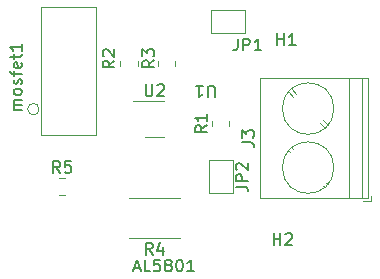
<source format=gbr>
%TF.GenerationSoftware,KiCad,Pcbnew,7.0.2*%
%TF.CreationDate,2023-11-09T14:12:05+01:00*%
%TF.ProjectId,testboard AL5801,74657374-626f-4617-9264-20414c353830,rev?*%
%TF.SameCoordinates,Original*%
%TF.FileFunction,Legend,Top*%
%TF.FilePolarity,Positive*%
%FSLAX46Y46*%
G04 Gerber Fmt 4.6, Leading zero omitted, Abs format (unit mm)*
G04 Created by KiCad (PCBNEW 7.0.2) date 2023-11-09 14:12:05*
%MOMM*%
%LPD*%
G01*
G04 APERTURE LIST*
%ADD10C,0.150000*%
%ADD11C,0.120000*%
G04 APERTURE END LIST*
D10*
X141033476Y-80617904D02*
X141509666Y-80617904D01*
X140938238Y-80903619D02*
X141271571Y-79903619D01*
X141271571Y-79903619D02*
X141604904Y-80903619D01*
X142414428Y-80903619D02*
X141938238Y-80903619D01*
X141938238Y-80903619D02*
X141938238Y-79903619D01*
X143223952Y-79903619D02*
X142747762Y-79903619D01*
X142747762Y-79903619D02*
X142700143Y-80379809D01*
X142700143Y-80379809D02*
X142747762Y-80332190D01*
X142747762Y-80332190D02*
X142843000Y-80284571D01*
X142843000Y-80284571D02*
X143081095Y-80284571D01*
X143081095Y-80284571D02*
X143176333Y-80332190D01*
X143176333Y-80332190D02*
X143223952Y-80379809D01*
X143223952Y-80379809D02*
X143271571Y-80475047D01*
X143271571Y-80475047D02*
X143271571Y-80713142D01*
X143271571Y-80713142D02*
X143223952Y-80808380D01*
X143223952Y-80808380D02*
X143176333Y-80856000D01*
X143176333Y-80856000D02*
X143081095Y-80903619D01*
X143081095Y-80903619D02*
X142843000Y-80903619D01*
X142843000Y-80903619D02*
X142747762Y-80856000D01*
X142747762Y-80856000D02*
X142700143Y-80808380D01*
X143843000Y-80332190D02*
X143747762Y-80284571D01*
X143747762Y-80284571D02*
X143700143Y-80236952D01*
X143700143Y-80236952D02*
X143652524Y-80141714D01*
X143652524Y-80141714D02*
X143652524Y-80094095D01*
X143652524Y-80094095D02*
X143700143Y-79998857D01*
X143700143Y-79998857D02*
X143747762Y-79951238D01*
X143747762Y-79951238D02*
X143843000Y-79903619D01*
X143843000Y-79903619D02*
X144033476Y-79903619D01*
X144033476Y-79903619D02*
X144128714Y-79951238D01*
X144128714Y-79951238D02*
X144176333Y-79998857D01*
X144176333Y-79998857D02*
X144223952Y-80094095D01*
X144223952Y-80094095D02*
X144223952Y-80141714D01*
X144223952Y-80141714D02*
X144176333Y-80236952D01*
X144176333Y-80236952D02*
X144128714Y-80284571D01*
X144128714Y-80284571D02*
X144033476Y-80332190D01*
X144033476Y-80332190D02*
X143843000Y-80332190D01*
X143843000Y-80332190D02*
X143747762Y-80379809D01*
X143747762Y-80379809D02*
X143700143Y-80427428D01*
X143700143Y-80427428D02*
X143652524Y-80522666D01*
X143652524Y-80522666D02*
X143652524Y-80713142D01*
X143652524Y-80713142D02*
X143700143Y-80808380D01*
X143700143Y-80808380D02*
X143747762Y-80856000D01*
X143747762Y-80856000D02*
X143843000Y-80903619D01*
X143843000Y-80903619D02*
X144033476Y-80903619D01*
X144033476Y-80903619D02*
X144128714Y-80856000D01*
X144128714Y-80856000D02*
X144176333Y-80808380D01*
X144176333Y-80808380D02*
X144223952Y-80713142D01*
X144223952Y-80713142D02*
X144223952Y-80522666D01*
X144223952Y-80522666D02*
X144176333Y-80427428D01*
X144176333Y-80427428D02*
X144128714Y-80379809D01*
X144128714Y-80379809D02*
X144033476Y-80332190D01*
X144843000Y-79903619D02*
X144938238Y-79903619D01*
X144938238Y-79903619D02*
X145033476Y-79951238D01*
X145033476Y-79951238D02*
X145081095Y-79998857D01*
X145081095Y-79998857D02*
X145128714Y-80094095D01*
X145128714Y-80094095D02*
X145176333Y-80284571D01*
X145176333Y-80284571D02*
X145176333Y-80522666D01*
X145176333Y-80522666D02*
X145128714Y-80713142D01*
X145128714Y-80713142D02*
X145081095Y-80808380D01*
X145081095Y-80808380D02*
X145033476Y-80856000D01*
X145033476Y-80856000D02*
X144938238Y-80903619D01*
X144938238Y-80903619D02*
X144843000Y-80903619D01*
X144843000Y-80903619D02*
X144747762Y-80856000D01*
X144747762Y-80856000D02*
X144700143Y-80808380D01*
X144700143Y-80808380D02*
X144652524Y-80713142D01*
X144652524Y-80713142D02*
X144604905Y-80522666D01*
X144604905Y-80522666D02*
X144604905Y-80284571D01*
X144604905Y-80284571D02*
X144652524Y-80094095D01*
X144652524Y-80094095D02*
X144700143Y-79998857D01*
X144700143Y-79998857D02*
X144747762Y-79951238D01*
X144747762Y-79951238D02*
X144843000Y-79903619D01*
X146128714Y-80903619D02*
X145557286Y-80903619D01*
X145843000Y-80903619D02*
X145843000Y-79903619D01*
X145843000Y-79903619D02*
X145747762Y-80046476D01*
X145747762Y-80046476D02*
X145652524Y-80141714D01*
X145652524Y-80141714D02*
X145557286Y-80189333D01*
%TO.C,H2*%
X152857295Y-78643819D02*
X152857295Y-77643819D01*
X152857295Y-78120009D02*
X153428723Y-78120009D01*
X153428723Y-78643819D02*
X153428723Y-77643819D01*
X153857295Y-77739057D02*
X153904914Y-77691438D01*
X153904914Y-77691438D02*
X154000152Y-77643819D01*
X154000152Y-77643819D02*
X154238247Y-77643819D01*
X154238247Y-77643819D02*
X154333485Y-77691438D01*
X154333485Y-77691438D02*
X154381104Y-77739057D01*
X154381104Y-77739057D02*
X154428723Y-77834295D01*
X154428723Y-77834295D02*
X154428723Y-77929533D01*
X154428723Y-77929533D02*
X154381104Y-78072390D01*
X154381104Y-78072390D02*
X153809676Y-78643819D01*
X153809676Y-78643819D02*
X154428723Y-78643819D01*
%TO.C,R1*%
X147199419Y-68543466D02*
X146723228Y-68876799D01*
X147199419Y-69114894D02*
X146199419Y-69114894D01*
X146199419Y-69114894D02*
X146199419Y-68733942D01*
X146199419Y-68733942D02*
X146247038Y-68638704D01*
X146247038Y-68638704D02*
X146294657Y-68591085D01*
X146294657Y-68591085D02*
X146389895Y-68543466D01*
X146389895Y-68543466D02*
X146532752Y-68543466D01*
X146532752Y-68543466D02*
X146627990Y-68591085D01*
X146627990Y-68591085D02*
X146675609Y-68638704D01*
X146675609Y-68638704D02*
X146723228Y-68733942D01*
X146723228Y-68733942D02*
X146723228Y-69114894D01*
X147199419Y-67591085D02*
X147199419Y-68162513D01*
X147199419Y-67876799D02*
X146199419Y-67876799D01*
X146199419Y-67876799D02*
X146342276Y-67972037D01*
X146342276Y-67972037D02*
X146437514Y-68067275D01*
X146437514Y-68067275D02*
X146485133Y-68162513D01*
%TO.C,JP1*%
X149814066Y-61184619D02*
X149814066Y-61898904D01*
X149814066Y-61898904D02*
X149766447Y-62041761D01*
X149766447Y-62041761D02*
X149671209Y-62137000D01*
X149671209Y-62137000D02*
X149528352Y-62184619D01*
X149528352Y-62184619D02*
X149433114Y-62184619D01*
X150290257Y-62184619D02*
X150290257Y-61184619D01*
X150290257Y-61184619D02*
X150671209Y-61184619D01*
X150671209Y-61184619D02*
X150766447Y-61232238D01*
X150766447Y-61232238D02*
X150814066Y-61279857D01*
X150814066Y-61279857D02*
X150861685Y-61375095D01*
X150861685Y-61375095D02*
X150861685Y-61517952D01*
X150861685Y-61517952D02*
X150814066Y-61613190D01*
X150814066Y-61613190D02*
X150766447Y-61660809D01*
X150766447Y-61660809D02*
X150671209Y-61708428D01*
X150671209Y-61708428D02*
X150290257Y-61708428D01*
X151814066Y-62184619D02*
X151242638Y-62184619D01*
X151528352Y-62184619D02*
X151528352Y-61184619D01*
X151528352Y-61184619D02*
X151433114Y-61327476D01*
X151433114Y-61327476D02*
X151337876Y-61422714D01*
X151337876Y-61422714D02*
X151242638Y-61470333D01*
%TO.C,JP2*%
X149649419Y-73731333D02*
X150363704Y-73731333D01*
X150363704Y-73731333D02*
X150506561Y-73778952D01*
X150506561Y-73778952D02*
X150601800Y-73874190D01*
X150601800Y-73874190D02*
X150649419Y-74017047D01*
X150649419Y-74017047D02*
X150649419Y-74112285D01*
X150649419Y-73255142D02*
X149649419Y-73255142D01*
X149649419Y-73255142D02*
X149649419Y-72874190D01*
X149649419Y-72874190D02*
X149697038Y-72778952D01*
X149697038Y-72778952D02*
X149744657Y-72731333D01*
X149744657Y-72731333D02*
X149839895Y-72683714D01*
X149839895Y-72683714D02*
X149982752Y-72683714D01*
X149982752Y-72683714D02*
X150077990Y-72731333D01*
X150077990Y-72731333D02*
X150125609Y-72778952D01*
X150125609Y-72778952D02*
X150173228Y-72874190D01*
X150173228Y-72874190D02*
X150173228Y-73255142D01*
X149744657Y-72302761D02*
X149697038Y-72255142D01*
X149697038Y-72255142D02*
X149649419Y-72159904D01*
X149649419Y-72159904D02*
X149649419Y-71921809D01*
X149649419Y-71921809D02*
X149697038Y-71826571D01*
X149697038Y-71826571D02*
X149744657Y-71778952D01*
X149744657Y-71778952D02*
X149839895Y-71731333D01*
X149839895Y-71731333D02*
X149935133Y-71731333D01*
X149935133Y-71731333D02*
X150077990Y-71778952D01*
X150077990Y-71778952D02*
X150649419Y-72350380D01*
X150649419Y-72350380D02*
X150649419Y-71731333D01*
%TO.C,J3*%
X150180819Y-69943933D02*
X150895104Y-69943933D01*
X150895104Y-69943933D02*
X151037961Y-69991552D01*
X151037961Y-69991552D02*
X151133200Y-70086790D01*
X151133200Y-70086790D02*
X151180819Y-70229647D01*
X151180819Y-70229647D02*
X151180819Y-70324885D01*
X150180819Y-69562980D02*
X150180819Y-68943933D01*
X150180819Y-68943933D02*
X150561771Y-69277266D01*
X150561771Y-69277266D02*
X150561771Y-69134409D01*
X150561771Y-69134409D02*
X150609390Y-69039171D01*
X150609390Y-69039171D02*
X150657009Y-68991552D01*
X150657009Y-68991552D02*
X150752247Y-68943933D01*
X150752247Y-68943933D02*
X150990342Y-68943933D01*
X150990342Y-68943933D02*
X151085580Y-68991552D01*
X151085580Y-68991552D02*
X151133200Y-69039171D01*
X151133200Y-69039171D02*
X151180819Y-69134409D01*
X151180819Y-69134409D02*
X151180819Y-69420123D01*
X151180819Y-69420123D02*
X151133200Y-69515361D01*
X151133200Y-69515361D02*
X151085580Y-69562980D01*
%TO.C,R4*%
X142608333Y-79482619D02*
X142275000Y-79006428D01*
X142036905Y-79482619D02*
X142036905Y-78482619D01*
X142036905Y-78482619D02*
X142417857Y-78482619D01*
X142417857Y-78482619D02*
X142513095Y-78530238D01*
X142513095Y-78530238D02*
X142560714Y-78577857D01*
X142560714Y-78577857D02*
X142608333Y-78673095D01*
X142608333Y-78673095D02*
X142608333Y-78815952D01*
X142608333Y-78815952D02*
X142560714Y-78911190D01*
X142560714Y-78911190D02*
X142513095Y-78958809D01*
X142513095Y-78958809D02*
X142417857Y-79006428D01*
X142417857Y-79006428D02*
X142036905Y-79006428D01*
X143465476Y-78815952D02*
X143465476Y-79482619D01*
X143227381Y-78435000D02*
X142989286Y-79149285D01*
X142989286Y-79149285D02*
X143608333Y-79149285D01*
%TO.C,H1*%
X153162095Y-61752819D02*
X153162095Y-60752819D01*
X153162095Y-61229009D02*
X153733523Y-61229009D01*
X153733523Y-61752819D02*
X153733523Y-60752819D01*
X154733523Y-61752819D02*
X154162095Y-61752819D01*
X154447809Y-61752819D02*
X154447809Y-60752819D01*
X154447809Y-60752819D02*
X154352571Y-60895676D01*
X154352571Y-60895676D02*
X154257333Y-60990914D01*
X154257333Y-60990914D02*
X154162095Y-61038533D01*
%TO.C,U1*%
X147853304Y-66170980D02*
X147853304Y-65361457D01*
X147853304Y-65361457D02*
X147805685Y-65266219D01*
X147805685Y-65266219D02*
X147758066Y-65218600D01*
X147758066Y-65218600D02*
X147662828Y-65170980D01*
X147662828Y-65170980D02*
X147472352Y-65170980D01*
X147472352Y-65170980D02*
X147377114Y-65218600D01*
X147377114Y-65218600D02*
X147329495Y-65266219D01*
X147329495Y-65266219D02*
X147281876Y-65361457D01*
X147281876Y-65361457D02*
X147281876Y-66170980D01*
X146281876Y-65170980D02*
X146853304Y-65170980D01*
X146567590Y-65170980D02*
X146567590Y-66170980D01*
X146567590Y-66170980D02*
X146662828Y-66028123D01*
X146662828Y-66028123D02*
X146758066Y-65932885D01*
X146758066Y-65932885D02*
X146853304Y-65885266D01*
%TO.C,R3*%
X142753419Y-63031666D02*
X142277228Y-63364999D01*
X142753419Y-63603094D02*
X141753419Y-63603094D01*
X141753419Y-63603094D02*
X141753419Y-63222142D01*
X141753419Y-63222142D02*
X141801038Y-63126904D01*
X141801038Y-63126904D02*
X141848657Y-63079285D01*
X141848657Y-63079285D02*
X141943895Y-63031666D01*
X141943895Y-63031666D02*
X142086752Y-63031666D01*
X142086752Y-63031666D02*
X142181990Y-63079285D01*
X142181990Y-63079285D02*
X142229609Y-63126904D01*
X142229609Y-63126904D02*
X142277228Y-63222142D01*
X142277228Y-63222142D02*
X142277228Y-63603094D01*
X141753419Y-62698332D02*
X141753419Y-62079285D01*
X141753419Y-62079285D02*
X142134371Y-62412618D01*
X142134371Y-62412618D02*
X142134371Y-62269761D01*
X142134371Y-62269761D02*
X142181990Y-62174523D01*
X142181990Y-62174523D02*
X142229609Y-62126904D01*
X142229609Y-62126904D02*
X142324847Y-62079285D01*
X142324847Y-62079285D02*
X142562942Y-62079285D01*
X142562942Y-62079285D02*
X142658180Y-62126904D01*
X142658180Y-62126904D02*
X142705800Y-62174523D01*
X142705800Y-62174523D02*
X142753419Y-62269761D01*
X142753419Y-62269761D02*
X142753419Y-62555475D01*
X142753419Y-62555475D02*
X142705800Y-62650713D01*
X142705800Y-62650713D02*
X142658180Y-62698332D01*
%TO.C,U2*%
X142011495Y-65058419D02*
X142011495Y-65867942D01*
X142011495Y-65867942D02*
X142059114Y-65963180D01*
X142059114Y-65963180D02*
X142106733Y-66010800D01*
X142106733Y-66010800D02*
X142201971Y-66058419D01*
X142201971Y-66058419D02*
X142392447Y-66058419D01*
X142392447Y-66058419D02*
X142487685Y-66010800D01*
X142487685Y-66010800D02*
X142535304Y-65963180D01*
X142535304Y-65963180D02*
X142582923Y-65867942D01*
X142582923Y-65867942D02*
X142582923Y-65058419D01*
X143011495Y-65153657D02*
X143059114Y-65106038D01*
X143059114Y-65106038D02*
X143154352Y-65058419D01*
X143154352Y-65058419D02*
X143392447Y-65058419D01*
X143392447Y-65058419D02*
X143487685Y-65106038D01*
X143487685Y-65106038D02*
X143535304Y-65153657D01*
X143535304Y-65153657D02*
X143582923Y-65248895D01*
X143582923Y-65248895D02*
X143582923Y-65344133D01*
X143582923Y-65344133D02*
X143535304Y-65486990D01*
X143535304Y-65486990D02*
X142963876Y-66058419D01*
X142963876Y-66058419D02*
X143582923Y-66058419D01*
%TO.C,mosfet1*%
X131534468Y-67227104D02*
X130867801Y-67227104D01*
X130963039Y-67227104D02*
X130915420Y-67179485D01*
X130915420Y-67179485D02*
X130867801Y-67084247D01*
X130867801Y-67084247D02*
X130867801Y-66941390D01*
X130867801Y-66941390D02*
X130915420Y-66846152D01*
X130915420Y-66846152D02*
X131010658Y-66798533D01*
X131010658Y-66798533D02*
X131534468Y-66798533D01*
X131010658Y-66798533D02*
X130915420Y-66750914D01*
X130915420Y-66750914D02*
X130867801Y-66655676D01*
X130867801Y-66655676D02*
X130867801Y-66512819D01*
X130867801Y-66512819D02*
X130915420Y-66417580D01*
X130915420Y-66417580D02*
X131010658Y-66369961D01*
X131010658Y-66369961D02*
X131534468Y-66369961D01*
X131534468Y-65750914D02*
X131486849Y-65846152D01*
X131486849Y-65846152D02*
X131439229Y-65893771D01*
X131439229Y-65893771D02*
X131343991Y-65941390D01*
X131343991Y-65941390D02*
X131058277Y-65941390D01*
X131058277Y-65941390D02*
X130963039Y-65893771D01*
X130963039Y-65893771D02*
X130915420Y-65846152D01*
X130915420Y-65846152D02*
X130867801Y-65750914D01*
X130867801Y-65750914D02*
X130867801Y-65608057D01*
X130867801Y-65608057D02*
X130915420Y-65512819D01*
X130915420Y-65512819D02*
X130963039Y-65465200D01*
X130963039Y-65465200D02*
X131058277Y-65417581D01*
X131058277Y-65417581D02*
X131343991Y-65417581D01*
X131343991Y-65417581D02*
X131439229Y-65465200D01*
X131439229Y-65465200D02*
X131486849Y-65512819D01*
X131486849Y-65512819D02*
X131534468Y-65608057D01*
X131534468Y-65608057D02*
X131534468Y-65750914D01*
X131486849Y-65036628D02*
X131534468Y-64941390D01*
X131534468Y-64941390D02*
X131534468Y-64750914D01*
X131534468Y-64750914D02*
X131486849Y-64655676D01*
X131486849Y-64655676D02*
X131391610Y-64608057D01*
X131391610Y-64608057D02*
X131343991Y-64608057D01*
X131343991Y-64608057D02*
X131248753Y-64655676D01*
X131248753Y-64655676D02*
X131201134Y-64750914D01*
X131201134Y-64750914D02*
X131201134Y-64893771D01*
X131201134Y-64893771D02*
X131153515Y-64989009D01*
X131153515Y-64989009D02*
X131058277Y-65036628D01*
X131058277Y-65036628D02*
X131010658Y-65036628D01*
X131010658Y-65036628D02*
X130915420Y-64989009D01*
X130915420Y-64989009D02*
X130867801Y-64893771D01*
X130867801Y-64893771D02*
X130867801Y-64750914D01*
X130867801Y-64750914D02*
X130915420Y-64655676D01*
X130867801Y-64322342D02*
X130867801Y-63941390D01*
X131534468Y-64179485D02*
X130677325Y-64179485D01*
X130677325Y-64179485D02*
X130582087Y-64131866D01*
X130582087Y-64131866D02*
X130534468Y-64036628D01*
X130534468Y-64036628D02*
X130534468Y-63941390D01*
X131486849Y-63227104D02*
X131534468Y-63322342D01*
X131534468Y-63322342D02*
X131534468Y-63512818D01*
X131534468Y-63512818D02*
X131486849Y-63608056D01*
X131486849Y-63608056D02*
X131391610Y-63655675D01*
X131391610Y-63655675D02*
X131010658Y-63655675D01*
X131010658Y-63655675D02*
X130915420Y-63608056D01*
X130915420Y-63608056D02*
X130867801Y-63512818D01*
X130867801Y-63512818D02*
X130867801Y-63322342D01*
X130867801Y-63322342D02*
X130915420Y-63227104D01*
X130915420Y-63227104D02*
X131010658Y-63179485D01*
X131010658Y-63179485D02*
X131105896Y-63179485D01*
X131105896Y-63179485D02*
X131201134Y-63655675D01*
X130867801Y-62893770D02*
X130867801Y-62512818D01*
X130534468Y-62750913D02*
X131391610Y-62750913D01*
X131391610Y-62750913D02*
X131486849Y-62703294D01*
X131486849Y-62703294D02*
X131534468Y-62608056D01*
X131534468Y-62608056D02*
X131534468Y-62512818D01*
X131534468Y-61655675D02*
X131534468Y-62227103D01*
X131534468Y-61941389D02*
X130534468Y-61941389D01*
X130534468Y-61941389D02*
X130677325Y-62036627D01*
X130677325Y-62036627D02*
X130772563Y-62131865D01*
X130772563Y-62131865D02*
X130820182Y-62227103D01*
%TO.C,R5*%
X134783533Y-72548819D02*
X134450200Y-72072628D01*
X134212105Y-72548819D02*
X134212105Y-71548819D01*
X134212105Y-71548819D02*
X134593057Y-71548819D01*
X134593057Y-71548819D02*
X134688295Y-71596438D01*
X134688295Y-71596438D02*
X134735914Y-71644057D01*
X134735914Y-71644057D02*
X134783533Y-71739295D01*
X134783533Y-71739295D02*
X134783533Y-71882152D01*
X134783533Y-71882152D02*
X134735914Y-71977390D01*
X134735914Y-71977390D02*
X134688295Y-72025009D01*
X134688295Y-72025009D02*
X134593057Y-72072628D01*
X134593057Y-72072628D02*
X134212105Y-72072628D01*
X135688295Y-71548819D02*
X135212105Y-71548819D01*
X135212105Y-71548819D02*
X135164486Y-72025009D01*
X135164486Y-72025009D02*
X135212105Y-71977390D01*
X135212105Y-71977390D02*
X135307343Y-71929771D01*
X135307343Y-71929771D02*
X135545438Y-71929771D01*
X135545438Y-71929771D02*
X135640676Y-71977390D01*
X135640676Y-71977390D02*
X135688295Y-72025009D01*
X135688295Y-72025009D02*
X135735914Y-72120247D01*
X135735914Y-72120247D02*
X135735914Y-72358342D01*
X135735914Y-72358342D02*
X135688295Y-72453580D01*
X135688295Y-72453580D02*
X135640676Y-72501200D01*
X135640676Y-72501200D02*
X135545438Y-72548819D01*
X135545438Y-72548819D02*
X135307343Y-72548819D01*
X135307343Y-72548819D02*
X135212105Y-72501200D01*
X135212105Y-72501200D02*
X135164486Y-72453580D01*
%TO.C,R2*%
X139375219Y-63057066D02*
X138899028Y-63390399D01*
X139375219Y-63628494D02*
X138375219Y-63628494D01*
X138375219Y-63628494D02*
X138375219Y-63247542D01*
X138375219Y-63247542D02*
X138422838Y-63152304D01*
X138422838Y-63152304D02*
X138470457Y-63104685D01*
X138470457Y-63104685D02*
X138565695Y-63057066D01*
X138565695Y-63057066D02*
X138708552Y-63057066D01*
X138708552Y-63057066D02*
X138803790Y-63104685D01*
X138803790Y-63104685D02*
X138851409Y-63152304D01*
X138851409Y-63152304D02*
X138899028Y-63247542D01*
X138899028Y-63247542D02*
X138899028Y-63628494D01*
X138470457Y-62676113D02*
X138422838Y-62628494D01*
X138422838Y-62628494D02*
X138375219Y-62533256D01*
X138375219Y-62533256D02*
X138375219Y-62295161D01*
X138375219Y-62295161D02*
X138422838Y-62199923D01*
X138422838Y-62199923D02*
X138470457Y-62152304D01*
X138470457Y-62152304D02*
X138565695Y-62104685D01*
X138565695Y-62104685D02*
X138660933Y-62104685D01*
X138660933Y-62104685D02*
X138803790Y-62152304D01*
X138803790Y-62152304D02*
X139375219Y-62723732D01*
X139375219Y-62723732D02*
X139375219Y-62104685D01*
D11*
%TO.C,R1*%
X147651800Y-68603864D02*
X147651800Y-68149736D01*
X149121800Y-68603864D02*
X149121800Y-68149736D01*
%TO.C,JP1*%
X147596400Y-58740800D02*
X150396400Y-58740800D01*
X147596400Y-60740800D02*
X147596400Y-58740800D01*
X150396400Y-58740800D02*
X150396400Y-60740800D01*
X150396400Y-60740800D02*
X147596400Y-60740800D01*
%TO.C,JP2*%
X149386800Y-71498000D02*
X149386800Y-74298000D01*
X147386800Y-71498000D02*
X149386800Y-71498000D01*
X149386800Y-74298000D02*
X147386800Y-74298000D01*
X147386800Y-74298000D02*
X147386800Y-71498000D01*
%TO.C,J3*%
X160438200Y-74910600D02*
X161078200Y-74910600D01*
X161078200Y-74910600D02*
X161078200Y-74510600D01*
X151718200Y-74670600D02*
X160838200Y-74670600D01*
X151718200Y-74670600D02*
X151718200Y-64550600D01*
X159278200Y-74670600D02*
X159278200Y-64550600D01*
X160378200Y-74670600D02*
X160378200Y-64550600D01*
X160838200Y-74670600D02*
X160838200Y-64550600D01*
X157059200Y-73658600D02*
X157166200Y-73764600D01*
X157325200Y-73392600D02*
X157432200Y-73498600D01*
X154124200Y-70722600D02*
X154231200Y-70829600D01*
X154390200Y-70456600D02*
X154497200Y-70563600D01*
X156770200Y-68368600D02*
X157166200Y-68763600D01*
X157052200Y-68117600D02*
X157432200Y-68497600D01*
X154124200Y-65722600D02*
X154504200Y-66102600D01*
X154390200Y-65456600D02*
X154786200Y-65851600D01*
X151718200Y-64550600D02*
X160838200Y-64550600D01*
X157958200Y-72110600D02*
G75*
G03*
X157958200Y-72110600I-2180000J0D01*
G01*
X157958200Y-67110600D02*
G75*
G03*
X157958200Y-67110600I-2180000J0D01*
G01*
%TO.C,R4*%
X144952064Y-78110000D02*
X140597936Y-78110000D01*
X144952064Y-74690000D02*
X140597936Y-74690000D01*
%TO.C,R3*%
X144524400Y-63095136D02*
X144524400Y-63549264D01*
X143054400Y-63095136D02*
X143054400Y-63549264D01*
%TO.C,U2*%
X142773400Y-66435800D02*
X140973400Y-66435800D01*
X142773400Y-66435800D02*
X143573400Y-66435800D01*
X142773400Y-69555800D02*
X141973400Y-69555800D01*
X142773400Y-69555800D02*
X143573400Y-69555800D01*
%TO.C,mosfet1*%
X137783600Y-69331800D02*
X133183600Y-69331800D01*
X133183600Y-69331800D02*
X133183600Y-58531800D01*
X133183600Y-58531800D02*
X137783600Y-58531800D01*
X137783600Y-58531800D02*
X137783600Y-69331800D01*
X132996301Y-67161800D02*
G75*
G03*
X132996301Y-67161800I-482701J0D01*
G01*
%TO.C,R5*%
X134723136Y-73001200D02*
X135177264Y-73001200D01*
X134723136Y-74471200D02*
X135177264Y-74471200D01*
%TO.C,R2*%
X141349400Y-63095136D02*
X141349400Y-63549264D01*
X139879400Y-63095136D02*
X139879400Y-63549264D01*
%TD*%
M02*

</source>
